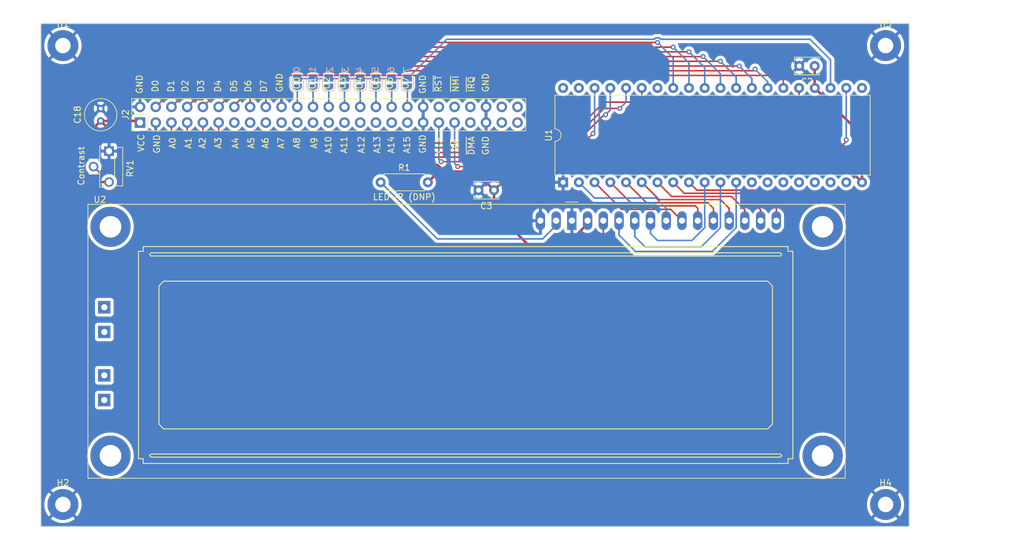
<source format=kicad_pcb>
(kicad_pcb (version 20221018) (generator pcbnew)
  (layers (0 "F.Cu" signal) (31 "B.Cu" signal) (34 "B.Paste" user) (35 "F.Paste" user) (36 "B.SilkS" user "B.Silkscreen") (37 "F.SilkS" user "F.Silkscreen") (38 "B.Mask" user) (39 "F.Mask" user) (44 "Edge.Cuts" user))
  (net 0 "")
  (net 1 "VCC")
  (net 2 "GND")
  (net 3 "/Expansion header/D0")
  (net 4 "/Expansion header/A0")
  (net 5 "/Expansion header/D1")
  (net 6 "/Expansion header/A1")
  (net 7 "/Expansion header/D2")
  (net 8 "/Expansion header/A2")
  (net 9 "/Expansion header/D3")
  (net 10 "/Expansion header/A3")
  (net 11 "/Expansion header/D4")
  (net 12 "/Expansion header/A4")
  (net 13 "/Expansion header/D5")
  (net 14 "/Expansion header/A5")
  (net 15 "/Expansion header/D6")
  (net 16 "/Expansion header/A6")
  (net 17 "/Expansion header/D7")
  (net 18 "/Expansion header/A7")
  (net 19 "/Expansion header/A8")
  (net 20 "/Expansion header/A9")
  (net 21 "/Expansion header/A10")
  (net 22 "/Expansion header/A11")
  (net 23 "/Expansion header/A12")
  (net 24 "/Expansion header/A13")
  (net 25 "/Expansion header/A14")
  (net 26 "/Expansion header/A15")
  (net 27 "/Clock")
  (net 28 "/~{RST}")
  (net 29 "/R~{W}")
  (net 30 "/~{NMI}")
  (net 31 "/Expansion header/~{DMA}")
  (net 32 "/~{IRQ}")
  (net 33 "/~{CS}")
  (net 34 "Net-(U1-PA0)")
  (net 35 "Net-(U1-PA1)")
  (net 36 "Net-(U1-PA2)")
  (net 37 "Net-(U1-PA3)")
  (net 38 "Net-(U1-PA4)")
  (net 39 "Net-(U1-PA5)")
  (net 40 "Net-(U1-PA6)")
  (net 41 "Net-(U1-PA7)")
  (net 42 "Net-(U1-PB0)")
  (net 43 "Net-(U1-PB1)")
  (net 44 "Net-(U1-PB2)")
  (net 59 "Net-(U2-A{slash}VEE)")
  (net 60 "Net-(U2-VO)")
  (net 61 "Net-(J2-Pin_22)")
  (net 62 "Net-(J2-Pin_24)")
  (net 63 "Net-(J2-Pin_26)")
  (net 64 "Net-(J2-Pin_28)")
  (net 65 "Net-(J2-Pin_30)")
  (net 66 "Net-(J2-Pin_32)")
  (net 67 "Net-(J2-Pin_34)")
  (net 68 "Net-(J2-Pin_36)")
  (footprint "Capacitor_THT:C_Radial_D5.0mm_H7.0mm_P2.00mm" (layer "F.Cu") (at 107.442 62.214 90)
    (fp_text reference "C18" (at 1 -3.75 90) (layer "F.SilkS"))
    (fp_text value "100nf")
    (pad "1" thru_hole circle (at 0 0 90) (size 1.2 1.2) (drill 0.6) (layers "*.Cu" "*.Mask") (net 1 "VCC"))
    (pad "2" thru_hole circle (at 2 0 90) (size 1.2 1.2) (drill 0.6) (layers "*.Cu" "*.Mask") (net 2 "GND"))
  )
  (footprint "Potentiometer_THT:Potentiometer_Runtron_RM-063_Horizontal" (layer "F.Cu") (at 108.794 67.096 -90)
    (fp_text reference "RV1" (at 2.8 -3.4 90) (layer "F.SilkS"))
    (fp_text value "Contrast" (at 2.4 4.5 90) (layer "F.SilkS"))
    (pad "1" thru_hole rect (at 0 0 270) (size 1.55 1.55) (drill 1) (layers "*.Cu" "*.Mask") (net 2 "GND"))
    (pad "2" thru_hole circle (at 2.5 2.5 270) (size 1.55 1.55) (drill 1) (layers "*.Cu" "*.Mask") (net 60 "Net-(U2-VO)"))
    (pad "3" thru_hole circle (at 5 0 270) (size 1.55 1.55) (drill 1) (layers "*.Cu" "*.Mask") (net 1 "VCC"))
  )
  (footprint "Connector_PinHeader_2.54mm:PinHeader_2x25_P2.54mm_Vertical" (layer "F.Cu") (at 113.792 62.484 90)
    (fp_text reference "J2" (at 1.27 -2.33 90) (layer "F.SilkS"))
    (fp_text value "Conn_02x25_Odd_Even")
    (pad "1" thru_hole rect (at 0 0 90) (size 1.7 1.7) (drill 1) (layers "*.Cu" "*.Mask") (net 1 "VCC"))
    (pad "2" thru_hole oval (at 2.54 0 90) (size 1.7 1.7) (drill 1) (layers "*.Cu" "*.Mask") (net 2 "GND"))
    (pad "3" thru_hole oval (at 0 2.54 90) (size 1.7 1.7) (drill 1) (layers "*.Cu" "*.Mask") (net 2 "GND"))
    (pad "4" thru_hole oval (at 2.54 2.54 90) (size 1.7 1.7) (drill 1) (layers "*.Cu" "*.Mask") (net 3 "/Expansion header/D0"))
    (pad "5" thru_hole oval (at 0 5.08 90) (size 1.7 1.7) (drill 1) (layers "*.Cu" "*.Mask") (net 4 "/Expansion header/A0"))
    (pad "6" thru_hole oval (at 2.54 5.08 90) (size 1.7 1.7) (drill 1) (layers "*.Cu" "*.Mask") (net 5 "/Expansion header/D1"))
    (pad "7" thru_hole oval (at 0 7.62 90) (size 1.7 1.7) (drill 1) (layers "*.Cu" "*.Mask") (net 6 "/Expansion header/A1"))
    (pad "8" thru_hole oval (at 2.54 7.62 90) (size 1.7 1.7) (drill 1) (layers "*.Cu" "*.Mask") (net 7 "/Expansion header/D2"))
    (pad "9" thru_hole oval (at 0 10.16 90) (size 1.7 1.7) (drill 1) (layers "*.Cu" "*.Mask") (net 8 "/Expansion header/A2"))
    (pad "10" thru_hole oval (at 2.54 10.16 90) (size 1.7 1.7) (drill 1) (layers "*.Cu" "*.Mask") (net 9 "/Expansion header/D3"))
    (pad "11" thru_hole oval (at 0 12.7 90) (size 1.7 1.7) (drill 1) (layers "*.Cu" "*.Mask") (net 10 "/Expansion header/A3"))
    (pad "12" thru_hole oval (at 2.54 12.7 90) (size 1.7 1.7) (drill 1) (layers "*.Cu" "*.Mask") (net 11 "/Expansion header/D4"))
    (pad "13" thru_hole oval (at 0 15.24 90) (size 1.7 1.7) (drill 1) (layers "*.Cu" "*.Mask") (net 12 "/Expansion header/A4"))
    (pad "14" thru_hole oval (at 2.54 15.24 90) (size 1.7 1.7) (drill 1) (layers "*.Cu" "*.Mask") (net 13 "/Expansion header/D5"))
    (pad "15" thru_hole oval (at 0 17.78 90) (size 1.7 1.7) (drill 1) (layers "*.Cu" "*.Mask") (net 14 "/Expansion header/A5"))
    (pad "16" thru_hole oval (at 2.54 17.78 90) (size 1.7 1.7) (drill 1) (layers "*.Cu" "*.Mask") (net 15 "/Expansion header/D6"))
    (pad "17" thru_hole oval (at 0 20.32 90) (size 1.7 1.7) (drill 1) (layers "*.Cu" "*.Mask") (net 16 "/Expansion header/A6"))
    (pad "18" thru_hole oval (at 2.54 20.32 90) (size 1.7 1.7) (drill 1) (layers "*.Cu" "*.Mask") (net 17 "/Expansion header/D7"))
    (pad "19" thru_hole oval (at 0 22.86 90) (size 1.7 1.7) (drill 1) (layers "*.Cu" "*.Mask") (net 18 "/Expansion header/A7"))
    (pad "20" thru_hole oval (at 2.54 22.86 90) (size 1.7 1.7) (drill 1) (layers "*.Cu" "*.Mask") (net 2 "GND"))
    (pad "21" thru_hole oval (at 0 25.4 90) (size 1.7 1.7) (drill 1) (layers "*.Cu" "*.Mask") (net 19 "/Expansion header/A8"))
    (pad "22" thru_hole oval (at 2.54 25.4 90) (size 1.7 1.7) (drill 1) (layers "*.Cu" "*.Mask") (net 61 "Net-(J2-Pin_22)"))
    (pad "23" thru_hole oval (at 0 27.94 90) (size 1.7 1.7) (drill 1) (layers "*.Cu" "*.Mask") (net 20 "/Expansion header/A9"))
    (pad "24" thru_hole oval (at 2.54 27.94 90) (size 1.7 1.7) (drill 1) (layers "*.Cu" "*.Mask") (net 62 "Net-(J2-Pin_24)"))
    (pad "25" thru_hole oval (at 0 30.48 90) (size 1.7 1.7) (drill 1) (layers "*.Cu" "*.Mask") (net 21 "/Expansion header/A10"))
    (pad "26" thru_hole oval (at 2.54 30.48 90) (size 1.7 1.7) (drill 1) (layers "*.Cu" "*.Mask") (net 63 "Net-(J2-Pin_26)"))
    (pad "27" thru_hole oval (at 0 33.02 90) (size 1.7 1.7) (drill 1) (layers "*.Cu" "*.Mask") (net 22 "/Expansion header/A11"))
    (pad "28" thru_hole oval (at 2.54 33.02 90) (size 1.7 1.7) (drill 1) (layers "*.Cu" "*.Mask") (net 64 "Net-(J2-Pin_28)"))
    (pad "29" thru_hole oval (at 0 35.56 90) (size 1.7 1.7) (drill 1) (layers "*.Cu" "*.Mask") (net 23 "/Expansion header/A12"))
    (pad "30" thru_hole oval (at 2.54 35.56 90) (size 1.7 1.7) (drill 1) (layers "*.Cu" "*.Mask") (net 65 "Net-(J2-Pin_30)"))
    (pad "31" thru_hole oval (at 0 38.1 90) (size 1.7 1.7) (drill 1) (layers "*.Cu" "*.Mask") (net 24 "/Expansion header/A13"))
    (pad "32" thru_hole oval (at 2.54 38.1 90) (size 1.7 1.7) (drill 1) (layers "*.Cu" "*.Mask") (net 66 "Net-(J2-Pin_32)"))
    (pad "33" thru_hole oval (at 0 40.64 90) (size 1.7 1.7) (drill 1) (layers "*.Cu" "*.Mask") (net 25 "/Expansion header/A14"))
    (pad "34" thru_hole oval (at 2.54 40.64 90) (size 1.7 1.7) (drill 1) (layers "*.Cu" "*.Mask") (net 67 "Net-(J2-Pin_34)"))
    (pad "35" thru_hole oval (at 0 43.18 90) (size 1.7 1.7) (drill 1) (layers "*.Cu" "*.Mask") (net 26 "/Expansion header/A15"))
    (pad "36" thru_hole oval (at 2.54 43.18 90) (size 1.7 1.7) (drill 1) (layers "*.Cu" "*.Mask") (net 68 "Net-(J2-Pin_36)"))
    (pad "37" thru_hole oval (at 0 45.72 90) (size 1.7 1.7) (drill 1) (layers "*.Cu" "*.Mask") (net 2 "GND"))
    (pad "38" thru_hole oval (at 2.54 45.72 90) (size 1.7 1.7) (drill 1) (layers "*.Cu" "*.Mask") (net 2 "GND"))
    (pad "39" thru_hole oval (at 0 48.26 90) (size 1.7 1.7) (drill 1) (layers "*.Cu" "*.Mask") (net 27 "/Clock"))
    (pad "40" thru_hole oval (at 2.54 48.26 90) (size 1.7 1.7) (drill 1) (layers "*.Cu" "*.Mask") (net 28 "/~{RST}"))
    (pad "41" thru_hole oval (at 0 50.8 90) (size 1.7 1.7) (drill 1) (layers "*.Cu" "*.Mask") (net 29 "/R~{W}"))
    (pad "42" thru_hole oval (at 2.54 50.8 90) (size 1.7 1.7) (drill 1) (layers "*.Cu" "*.Mask") (net 30 "/~{NMI}"))
    (pad "43" thru_hole oval (at 0 53.34 90) (size 1.7 1.7) (drill 1) (layers "*.Cu" "*.Mask") (net 31 "/Expansion header/~{DMA}"))
    (pad "44" thru_hole oval (at 2.54 53.34 90) (size 1.7 1.7) (drill 1) (layers "*.Cu" "*.Mask") (net 32 "/~{IRQ}"))
    (pad "45" thru_hole oval (at 0 55.88 90) (size 1.7 1.7) (drill 1) (layers "*.Cu" "*.Mask") (net 2 "GND"))
    (pad "46" thru_hole oval (at 2.54 55.88 90) (size 1.7 1.7) (drill 1) (layers "*.Cu" "*.Mask") (net 2 "GND"))
    (pad "47" thru_hole oval (at 0 58.42 90) (size 1.7 1.7) (drill 1) (layers "*.Cu" "*.Mask"))
    (pad "48" thru_hole oval (at 2.54 58.42 90) (size 1.7 1.7) (drill 1) (layers "*.Cu" "*.Mask"))
    (pad "49" thru_hole oval (at 0 60.96 90) (size 1.7 1.7) (drill 1) (layers "*.Cu" "*.Mask"))
    (pad "50" thru_hole oval (at 2.54 60.96 90) (size 1.7 1.7) (drill 1) (layers "*.Cu" "*.Mask"))
  )
  (footprint "Capacitor_THT:C_Disc_D3.8mm_W2.6mm_P2.50mm" (layer "F.Cu") (at 222.738 53.34 180)
    (fp_text reference "C2" (at 1.25 -2.55 180) (layer "F.SilkS"))
    (fp_text value "100nf")
    (pad "1" thru_hole circle (at 0 0 180) (size 1.6 1.6) (drill 0.8) (layers "*.Cu" "*.Mask") (net 1 "VCC"))
    (pad "2" thru_hole circle (at 2.5 0 180) (size 1.6 1.6) (drill 0.8) (layers "*.Cu" "*.Mask") (net 2 "GND"))
  )
  (footprint "Display:LCD-016N002L" (layer "F.Cu") (at 183.528 78.332)
    (fp_text reference "U2" (at -76.21 -3.41 180) (layer "F.SilkS"))
    (fp_text value "LCD-016N002L")
    (pad "" thru_hole circle (at -74.5 1 180) (size 6.5 6.5) (drill 3.5) (layers "*.Cu" "*.Mask"))
    (pad "" thru_hole circle (at -74.5 38 180) (size 6.5 6.5) (drill 3.5) (layers "*.Cu" "*.Mask"))
    (pad "" thru_hole circle (at 40.5 1 180) (size 6.5 6.5) (drill 3.5) (layers "*.Cu" "*.Mask"))
    (pad "" thru_hole circle (at 40.5 38 180) (size 6.5 6.5) (drill 3.5) (layers "*.Cu" "*.Mask"))
    (pad "1" thru_hole rect (at 0 0 180) (size 1.5 3) (drill 1) (layers "*.Cu" "*.Mask") (net 2 "GND"))
    (pad "2" thru_hole oval (at 2.54 0 180) (size 1.5 3) (drill 1) (layers "*.Cu" "*.Mask") (net 1 "VCC"))
    (pad "3" thru_hole oval (at 5.08 0 180) (size 1.5 3) (drill 1) (layers "*.Cu" "*.Mask") (net 60 "Net-(U2-VO)"))
    (pad "4" thru_hole oval (at 7.62 0 180) (size 1.5 3) (drill 1) (layers "*.Cu" "*.Mask") (net 44 "Net-(U1-PB2)"))
    (pad "5" thru_hole oval (at 10.16 0 180) (size 1.5 3) (drill 1) (layers "*.Cu" "*.Mask") (net 43 "Net-(U1-PB1)"))
    (pad "6" thru_hole oval (at 12.7 0 180) (size 1.5 3) (drill 1) (layers "*.Cu" "*.Mask") (net 42 "Net-(U1-PB0)"))
    (pad "7" thru_hole oval (at 15.24 0 180) (size 1.5 3) (drill 1) (layers "*.Cu" "*.Mask") (net 34 "Net-(U1-PA0)"))
    (pad "8" thru_hole oval (at 17.78 0 180) (size 1.5 3) (drill 1) (layers "*.Cu" "*.Mask") (net 35 "Net-(U1-PA1)"))
    (pad "9" thru_hole oval (at 20.32 0 180) (size 1.5 3) (drill 1) (layers "*.Cu" "*.Mask") (net 36 "Net-(U1-PA2)"))
    (pad "10" thru_hole oval (at 22.86 0 180) (size 1.5 3) (drill 1) (layers "*.Cu" "*.Mask") (net 37 "Net-(U1-PA3)"))
    (pad "11" thru_hole oval (at 25.4 0 180) (size 1.5 3) (drill 1) (layers "*.Cu" "*.Mask") (net 38 "Net-(U1-PA4)"))
    (pad "12" thru_hole oval (at 27.94 0 180) (size 1.5 3) (drill 1) (layers "*.Cu" "*.Mask") (net 39 "Net-(U1-PA5)"))
    (pad "13" thru_hole oval (at 30.48 0 180) (size 1.5 3) (drill 1) (layers "*.Cu" "*.Mask") (net 40 "Net-(U1-PA6)"))
    (pad "14" thru_hole oval (at 33.02 0 180) (size 1.5 3) (drill 1) (layers "*.Cu" "*.Mask") (net 41 "Net-(U1-PA7)"))
    (pad "15" thru_hole oval (at -2.54 0 180) (size 1.5 3) (drill 1) (layers "*.Cu" "*.Mask") (net 59 "Net-(U2-A{slash}VEE)"))
    (pad "16" thru_hole oval (at -5.08 0 180) (size 1.5 3) (drill 1) (layers "*.Cu" "*.Mask") (net 2 "GND"))
    (pad "A1" thru_hole rect (at -75.5 14 180) (size 2 2) (drill 1) (layers "*.Cu" "*.Mask"))
    (pad "A2" thru_hole rect (at -75.5 25 180) (size 2 2) (drill 1) (layers "*.Cu" "*.Mask"))
    (pad "K1" thru_hole rect (at -75.5 18 180) (size 2 2) (drill 1) (layers "*.Cu" "*.Mask"))
    (pad "K2" thru_hole rect (at -75.5 29 180) (size 2 2) (drill 1) (layers "*.Cu" "*.Mask"))
  )
  (footprint "MountingHole:MountingHole_2.5mm_Pad" (layer "F.Cu") (at 101.346 124.206)
    (fp_text reference "H2" (at 0 -3.5) (layer "F.SilkS"))
    (fp_text value "MountingHole_Pad" hide)
    (pad "1" thru_hole circle (at 0 0) (size 5 5) (drill 2.5) (layers "*.Cu" "*.Mask") (net 2 "GND"))
  )
  (footprint "MountingHole:MountingHole_2.5mm_Pad" (layer "F.Cu") (at 101.346 50.038)
    (fp_text reference "H1" (at 0 -3.5) (layer "F.SilkS"))
    (fp_text value "MountingHole_Pad" hide)
    (pad "1" thru_hole circle (at 0 0) (size 5 5) (drill 2.5) (layers "*.Cu" "*.Mask") (net 2 "GND"))
  )
  (footprint "MountingHole:MountingHole_2.5mm_Pad" (layer "F.Cu") (at 234.188 50.038)
    (fp_text reference "H3" (at 0 -3.5) (layer "F.SilkS"))
    (fp_text value "MountingHole_Pad" hide)
    (pad "1" thru_hole circle (at 0 0) (size 5 5) (drill 2.5) (layers "*.Cu" "*.Mask") (net 2 "GND"))
  )
  (footprint "Package_DIP:DIP-40_W15.24mm" (layer "F.Cu") (at 182.118 72.136 90)
    (fp_text reference "U1" (at 7.62 -2.33 90) (layer "F.SilkS"))
    (fp_text value "W65C22SxP")
    (pad "1" thru_hole rect (at 0 0 90) (size 1.6 1.6) (drill 0.8) (layers "*.Cu" "*.Mask") (net 2 "GND"))
    (pad "2" thru_hole oval (at 0 2.54 90) (size 1.6 1.6) (drill 0.8) (layers "*.Cu" "*.Mask") (net 34 "Net-(U1-PA0)"))
    (pad "3" thru_hole oval (at 0 5.08 90) (size 1.6 1.6) (drill 0.8) (layers "*.Cu" "*.Mask") (net 35 "Net-(U1-PA1)"))
    (pad "4" thru_hole oval (at 0 7.62 90) (size 1.6 1.6) (drill 0.8) (layers "*.Cu" "*.Mask") (net 36 "Net-(U1-PA2)"))
    (pad "5" thru_hole oval (at 0 10.16 90) (size 1.6 1.6) (drill 0.8) (layers "*.Cu" "*.Mask") (net 37 "Net-(U1-PA3)"))
    (pad "6" thru_hole oval (at 0 12.7 90) (size 1.6 1.6) (drill 0.8) (layers "*.Cu" "*.Mask") (net 38 "Net-(U1-PA4)"))
    (pad "7" thru_hole oval (at 0 15.24 90) (size 1.6 1.6) (drill 0.8) (layers "*.Cu" "*.Mask") (net 39 "Net-(U1-PA5)"))
    (pad "8" thru_hole oval (at 0 17.78 90) (size 1.6 1.6) (drill 0.8) (layers "*.Cu" "*.Mask") (net 40 "Net-(U1-PA6)"))
    (pad "9" thru_hole oval (at 0 20.32 90) (size 1.6 1.6) (drill 0.8) (layers "*.Cu" "*.Mask") (net 41 "Net-(U1-PA7)"))
    (pad "10" thru_hole oval (at 0 22.86 90) (size 1.6 1.6) (drill 0.8) (layers "*.Cu" "*.Mask") (net 42 "Net-(U1-PB0)"))
    (pad "11" thru_hole oval (at 0 25.4 90) (size 1.6 1.6) (drill 0.8) (layers "*.Cu" "*.Mask") (net 43 "Net-(U1-PB1)"))
    (pad "12" thru_hole oval (at 0 27.94 90) (size 1.6 1.6) (drill 0.8) (layers "*.Cu" "*.Mask") (net 44 "Net-(U1-PB2)"))
    (pad "13" thru_hole oval (at 0 30.48 90) (size 1.6 1.6) (drill 0.8) (layers "*.Cu" "*.Mask"))
    (pad "14" thru_hole oval (at 0 33.02 90) (size 1.6 1.6) (drill 0.8) (layers "*.Cu" "*.Mask"))
    (pad "15" thru_hole oval (at 0 35.56 90) (size 1.6 1.6) (drill 0.8) (layers "*.Cu" "*.Mask"))
    (pad "16" thru_hole oval (at 0 38.1 90) (size 1.6 1.6) (drill 0.8) (layers "*.Cu" "*.Mask"))
    (pad "17" thru_hole oval (at 0 40.64 90) (size 1.6 1.6) (drill 0.8) (layers "*.Cu" "*.Mask"))
    (pad "18" thru_hole oval (at 0 43.18 90) (size 1.6 1.6) (drill 0.8) (layers "*.Cu" "*.Mask"))
    (pad "19" thru_hole oval (at 0 45.72 90) (size 1.6 1.6) (drill 0.8) (layers "*.Cu" "*.Mask"))
    (pad "20" thru_hole oval (at 0 48.26 90) (size 1.6 1.6) (drill 0.8) (layers "*.Cu" "*.Mask") (net 1 "VCC"))
    (pad "21" thru_hole oval (at 15.24 48.26 90) (size 1.6 1.6) (drill 0.8) (layers "*.Cu" "*.Mask"))
    (pad "22" thru_hole oval (at 15.24 45.72 90) (size 1.6 1.6) (drill 0.8) (layers "*.Cu" "*.Mask") (net 29 "/R~{W}"))
    (pad "23" thru_hole oval (at 15.24 43.18 90) (size 1.6 1.6) (drill 0.8) (layers "*.Cu" "*.Mask") (net 33 "/~{CS}"))
    (pad "24" thru_hole oval (at 15.24 40.64 90) (size 1.6 1.6) (drill 0.8) (layers "*.Cu" "*.Mask") (net 1 "VCC"))
    (pad "25" thru_hole oval (at 15.24 38.1 90) (size 1.6 1.6) (drill 0.8) (layers "*.Cu" "*.Mask") (net 27 "/Clock"))
    (pad "26" thru_hole oval (at 15.24 35.56 90) (size 1.6 1.6) (drill 0.8) (layers "*.Cu" "*.Mask") (net 17 "/Expansion header/D7"))
    (pad "27" thru_hole oval (at 15.24 33.02 90) (size 1.6 1.6) (drill 0.8) (layers "*.Cu" "*.Mask") (net 15 "/Expansion header/D6"))
    (pad "28" thru_hole oval (at 15.24 30.48 90) (size 1.6 1.6) (drill 0.8) (layers "*.Cu" "*.Mask") (net 13 "/Expansion header/D5"))
    (pad "29" thru_hole oval (at 15.24 27.94 90) (size 1.6 1.6) (drill 0.8) (layers "*.Cu" "*.Mask") (net 11 "/Expansion header/D4"))
    (pad "30" thru_hole oval (at 15.24 25.4 90) (size 1.6 1.6) (drill 0.8) (layers "*.Cu" "*.Mask") (net 9 "/Expansion header/D3"))
    (pad "31" thru_hole oval (at 15.24 22.86 90) (size 1.6 1.6) (drill 0.8) (layers "*.Cu" "*.Mask") (net 7 "/Expansion header/D2"))
    (pad "32" thru_hole oval (at 15.24 20.32 90) (size 1.6 1.6) (drill 0.8) (layers "*.Cu" "*.Mask") (net 5 "/Expansion header/D1"))
    (pad "33" thru_hole oval (at 15.24 17.78 90) (size 1.6 1.6) (drill 0.8) (layers "*.Cu" "*.Mask") (net 3 "/Expansion header/D0"))
    (pad "34" thru_hole oval (at 15.24 15.24 90) (size 1.6 1.6) (drill 0.8) (layers "*.Cu" "*.Mask") (net 28 "/~{RST}"))
    (pad "35" thru_hole oval (at 15.24 12.7 90) (size 1.6 1.6) (drill 0.8) (layers "*.Cu" "*.Mask") (net 10 "/Expansion header/A3"))
    (pad "36" thru_hole oval (at 15.24 10.16 90) (size 1.6 1.6) (drill 0.8) (layers "*.Cu" "*.Mask") (net 8 "/Expansion header/A2"))
    (pad "37" thru_hole oval (at 15.24 7.62 90) (size 1.6 1.6) (drill 0.8) (layers "*.Cu" "*.Mask") (net 6 "/Expansion header/A1"))
    (pad "38" thru_hole oval (at 15.24 5.08 90) (size 1.6 1.6) (drill 0.8) (layers "*.Cu" "*.Mask") (net 4 "/Expansion header/A0"))
    (pad "39" thru_hole oval (at 15.24 2.54 90) (size 1.6 1.6) (drill 0.8) (layers "*.Cu" "*.Mask"))
    (pad "40" thru_hole oval (at 15.24 0 90) (size 1.6 1.6) (drill 0.8) (layers "*.Cu" "*.Mask"))
  )
  (footprint "Capacitor_THT:C_Disc_D3.8mm_W2.6mm_P2.50mm" (layer "F.Cu") (at 170.962 73.406 180)
    (fp_text reference "C3" (at 1.25 -2.55 180) (layer "F.SilkS"))
    (fp_text value "100nf")
    (pad "1" thru_hole circle (at 0 0 180) (size 1.6 1.6) (drill 0.8) (layers "*.Cu" "*.Mask") (net 1 "VCC"))
    (pad "2" thru_hole circle (at 2.5 0 180) (size 1.6 1.6) (drill 0.8) (layers "*.Cu" "*.Mask") (net 2 "GND"))
  )
  (footprint "Resistor_THT:R_Axial_DIN0207_L6.3mm_D2.5mm_P7.62mm_Horizontal" (layer "F.Cu") (at 152.654 72.136)
    (fp_text reference "R1" (at 3.81 -2.37) (layer "F.SilkS"))
    (fp_text value "LED-R (DNP)" (at 3.81 2.37) (layer "F.SilkS"))
    (pad "1" thru_hole circle (at 0 0) (size 1.6 1.6) (drill 0.8) (layers "*.Cu" "*.Mask") (net 59 "Net-(U2-A{slash}VEE)"))
    (pad "2" thru_hole oval (at 7.62 0) (size 1.6 1.6) (drill 0.8) (layers "*.Cu" "*.Mask") (net 1 "VCC"))
  )
  (footprint "MountingHole:MountingHole_2.5mm_Pad" (layer "F.Cu") (at 234.188 124.206)
    (fp_text reference "H4" (at 0 -3.5) (layer "F.SilkS"))
    (fp_text value "MountingHole_Pad" hide)
    (pad "1" thru_hole circle (at 0 0) (size 5 5) (drill 2.5) (layers "*.Cu" "*.Mask") (net 2 "GND"))
  )
  (footprint "Jumper:SolderJumper-2_P1.3mm_Open_RoundedPad1.0x1.5mm" (layer "B.Cu") (at 151.892 56.022 90)
    (fp_text reference "JP6" hide)
    (fp_text value "SolderJumper_2_Open" hide)
    (pad "1" smd custom (at -0.65 0 90) (size 1 0.5) (layers "B.Cu" "B.Mask") (net 66 "Net-(J2-Pin_32)") (options (clearance outline) (anchor rect)) (primitives (gr_circle (center 0 -0.25) (end 0.5 -0.25) (width 0) (fill yes)) (gr_circle (center 0 0.25) (end 0.5 0.25) (width 0) (fill yes)) (gr_poly (pts (xy 0.5 -0.75) (xy 0 -0.75) (xy 0 0.75) (xy 0.5 0.75)) (width 0) (fill yes))))
    (pad "2" smd custom (at 0.65 0 90) (size 1 0.5) (layers "B.Cu" "B.Mask") (net 33 "/~{CS}") (options (clearance outline) (anchor rect)) (primitives (gr_circle (center 0 -0.25) (end 0.5 -0.25) (width 0) (fill yes)) (gr_circle (center 0 0.25) (end 0.5 0.25) (width 0) (fill yes)) (gr_poly (pts (xy 0 -0.75) (xy -0.5 -0.75) (xy -0.5 0.75) (xy 0 0.75)) (width 0) (fill yes))))
  )
  (footprint "Jumper:SolderJumper-2_P1.3mm_Open_RoundedPad1.0x1.5mm" (layer "B.Cu") (at 154.432 56.022 90)
    (fp_text reference "JP7" hide)
    (fp_text value "SolderJumper_2_Open" hide)
    (pad "1" smd custom (at -0.65 0 90) (size 1 0.5) (layers "B.Cu" "B.Mask") (net 67 "Net-(J2-Pin_34)") (options (clearance outline) (anchor rect)) (primitives (gr_circle (center 0 -0.25) (end 0.5 -0.25) (width 0) (fill yes)) (gr_circle (center 0 0.25) (end 0.5 0.25) (width 0) (fill yes)) (gr_poly (pts (xy 0.5 -0.75) (xy 0 -0.75) (xy 0 0.75) (xy 0.5 0.75)) (width 0) (fill yes))))
    (pad "2" smd custom (at 0.65 0 90) (size 1 0.5) (layers "B.Cu" "B.Mask") (net 33 "/~{CS}") (options (clearance outline) (anchor rect)) (primitives (gr_circle (center 0 -0.25) (end 0.5 -0.25) (width 0) (fill yes)) (gr_circle (center 0 0.25) (end 0.5 0.25) (width 0) (fill yes)) (gr_poly (pts (xy 0 -0.75) (xy -0.5 -0.75) (xy -0.5 0.75) (xy 0 0.75)) (width 0) (fill yes))))
  )
  (footprint "Jumper:SolderJumper-2_P1.3mm_Open_RoundedPad1.0x1.5mm" (layer "B.Cu") (at 146.812 56.022 90)
    (fp_text reference "JP4" hide)
    (fp_text value "SolderJumper_2_Open" hide)
    (pad "1" smd custom (at -0.65 0 90) (size 1 0.5) (layers "B.Cu" "B.Mask") (net 64 "Net-(J2-Pin_28)") (options (clearance outline) (anchor rect)) (primitives (gr_circle (center 0 -0.25) (end 0.5 -0.25) (width 0) (fill yes)) (gr_circle (center 0 0.25) (end 0.5 0.25) (width 0) (fill yes)) (gr_poly (pts (xy 0.5 -0.75) (xy 0 -0.75) (xy 0 0.75) (xy 0.5 0.75)) (width 0) (fill yes))))
    (pad "2" smd custom (at 0.65 0 90) (size 1 0.5) (layers "B.Cu" "B.Mask") (net 33 "/~{CS}") (options (clearance outline) (anchor rect)) (primitives (gr_circle (center 0 -0.25) (end 0.5 -0.25) (width 0) (fill yes)) (gr_circle (center 0 0.25) (end 0.5 0.25) (width 0) (fill yes)) (gr_poly (pts (xy 0 -0.75) (xy -0.5 -0.75) (xy -0.5 0.75) (xy 0 0.75)) (width 0) (fill yes))))
  )
  (footprint "Jumper:SolderJumper-2_P1.3mm_Open_RoundedPad1.0x1.5mm" (layer "B.Cu") (at 141.732 56.022 90)
    (fp_text reference "JP2" hide)
    (fp_text value "SolderJumper_2_Open" hide)
    (pad "1" smd custom (at -0.65 0 90) (size 1 0.5) (layers "B.Cu" "B.Mask") (net 62 "Net-(J2-Pin_24)") (options (clearance outline) (anchor rect)) (primitives (gr_circle (center 0 -0.25) (end 0.5 -0.25) (width 0) (fill yes)) (gr_circle (center 0 0.25) (end 0.5 0.25) (width 0) (fill yes)) (gr_poly (pts (xy 0.5 -0.75) (xy 0 -0.75) (xy 0 0.75) (xy 0.5 0.75)) (width 0) (fill yes))))
    (pad "2" smd custom (at 0.65 0 90) (size 1 0.5) (layers "B.Cu" "B.Mask") (net 33 "/~{CS}") (options (clearance outline) (anchor rect)) (primitives (gr_circle (center 0 -0.25) (end 0.5 -0.25) (width 0) (fill yes)) (gr_circle (center 0 0.25) (end 0.5 0.25) (width 0) (fill yes)) (gr_poly (pts (xy 0 -0.75) (xy -0.5 -0.75) (xy -0.5 0.75) (xy 0 0.75)) (width 0) (fill yes))))
  )
  (footprint "Jumper:SolderJumper-2_P1.3mm_Open_RoundedPad1.0x1.5mm" (layer "B.Cu") (at 144.272 56.022 90)
    (fp_text reference "JP3" hide)
    (fp_text value "SolderJumper_2_Open" hide)
    (pad "1" smd custom (at -0.65 0 90) (size 1 0.5) (layers "B.Cu" "B.Mask") (net 63 "Net-(J2-Pin_26)") (options (clearance outline) (anchor rect)) (primitives (gr_circle (center 0 -0.25) (end 0.5 -0.25) (width 0) (fill yes)) (gr_circle (center 0 0.25) (end 0.5 0.25) (width 0) (fill yes)) (gr_poly (pts (xy 0.5 -0.75) (xy 0 -0.75) (xy 0 0.75) (xy 0.5 0.75)) (width 0) (fill yes))))
    (pad "2" smd custom (at 0.65 0 90) (size 1 0.5) (layers "B.Cu" "B.Mask") (net 33 "/~{CS}") (options (clearance outline) (anchor rect)) (primitives (gr_circle (center 0 -0.25) (end 0.5 -0.25) (width 0) (fill yes)) (gr_circle (center 0 0.25) (end 0.5 0.25) (width 0) (fill yes)) (gr_poly (pts (xy 0 -0.75) (xy -0.5 -0.75) (xy -0.5 0.75) (xy 0 0.75)) (width 0) (fill yes))))
  )
  (footprint "Jumper:SolderJumper-2_P1.3mm_Open_RoundedPad1.0x1.5mm" (layer "B.Cu") (at 149.352 56.022 90)
    (fp_text reference "JP5" hide)
    (fp_text value "SolderJumper_2_Open" hide)
    (pad "1" smd custom (at -0.65 0 90) (size 1 0.5) (layers "B.Cu" "B.Mask") (net 65 "Net-(J2-Pin_30)") (options (clearance outline) (anchor rect)) (primitives (gr_circle (center 0 -0.25) (end 0.5 -0.25) (width 0) (fill yes)) (gr_circle (center 0 0.25) (end 0.5 0.25) (width 0) (fill yes)) (gr_poly (pts (xy 0.5 -0.75) (xy 0 -0.75) (xy 0 0.75) (xy 0.5 0.75)) (width 0) (fill yes))))
    (pad "2" smd custom (at 0.65 0 90) (size 1 0.5) (layers "B.Cu" "B.Mask") (net 33 "/~{CS}") (options (clearance outline) (anchor rect)) (primitives (gr_circle (center 0 -0.25) (end 0.5 -0.25) (width 0) (fill yes)) (gr_circle (center 0 0.25) (end 0.5 0.25) (width 0) (fill yes)) (gr_poly (pts (xy 0 -0.75) (xy -0.5 -0.75) (xy -0.5 0.75) (xy 0 0.75)) (width 0) (fill yes))))
  )
  (footprint "Jumper:SolderJumper-2_P1.3mm_Open_RoundedPad1.0x1.5mm" (layer "B.Cu") (at 139.192 56.022 90)
    (fp_text reference "JP1" hide)
    (fp_text value "SolderJumper_2_Open" hide)
    (pad "1" smd custom (at -0.65 0 90) (size 1 0.5) (layers "B.Cu" "B.Mask") (net 61 "Net-(J2-Pin_22)") (options (clearance outline) (anchor rect)) (primitives (gr_circle (center 0 -0.25) (end 0.5 -0.25) (width 0) (fill yes)) (gr_circle (center 0 0.25) (end 0.5 0.25) (width 0) (fill yes)) (gr_poly (pts (xy 0.5 -0.75) (xy 0 -0.75) (xy 0 0.75) (xy 0.5 0.75)) (width 0) (fill yes))))
    (pad "2" smd custom (at 0.65 0 90) (size 1 0.5) (layers "B.Cu" "B.Mask") (net 33 "/~{CS}") (options (clearance outline) (anchor rect)) (primitives (gr_circle (center 0 -0.25) (end 0.5 -0.25) (width 0) (fill yes)) (gr_circle (center 0 0.25) (end 0.5 0.25) (width 0) (fill yes)) (gr_poly (pts (xy 0 -0.75) (xy -0.5 -0.75) (xy -0.5 0.75) (xy 0 0.75)) (width 0) (fill yes))))
  )
  (footprint "Jumper:SolderJumper-2_P1.3mm_Open_RoundedPad1.0x1.5mm" (layer "B.Cu") (at 156.972 55.992 90)
    (fp_text reference "JP8" hide)
    (fp_text value "SolderJumper_2_Open" hide)
    (pad "1" smd custom (at -0.65 0 90) (size 1 0.5) (layers "B.Cu" "B.Mask") (net 68 "Net-(J2-Pin_36)") (options (clearance outline) (anchor rect)) (primitives (gr_circle (center 0 -0.25) (end 0.5 -0.25) (width 0) (fill yes)) (gr_circle (center 0 0.25) (end 0.5 0.25) (width 0) (fill yes)) (gr_poly (pts (xy 0.5 -0.75) (xy 0 -0.75) (xy 0 0.75) (xy 0.5 0.75)) (width 0) (fill yes))))
    (pad "2" smd custom (at 0.65 0 90) (size 1 0.5) (layers "B.Cu" "B.Mask") (net 33 "/~{CS}") (options (clearance outline) (anchor rect)) (primitives (gr_circle (center 0 -0.25) (end 0.5 -0.25) (width 0) (fill yes)) (gr_circle (center 0 0.25) (end 0.5 0.25) (width 0) (fill yes)) (gr_poly (pts (xy 0 -0.75) (xy -0.5 -0.75) (xy -0.5 0.75) (xy 0 0.75)) (width 0) (fill yes))))
  )
  (gr_rect (start 97.79 46.482) (end 237.998 127.762) (stroke (width 0.1)) (fill none) (layer "Edge.Cuts"))
  (gr_text "5" (at 152.4 53.34 90) (layer "B.SilkS") (effects (font (size 1 1)) (justify left bottom mirror)))
  (gr_text "0" (at 139.7 53.34 90) (layer "B.SilkS") (effects (font (size 1 1)) (justify left bottom mirror)))
  (gr_text "6" (at 154.94 53.34 90) (layer "B.SilkS") (effects (font (size 1 1)) (justify left bottom mirror)))
  (gr_text "3" (at 147.574 53.34 90) (layer "B.SilkS") (effects (font (size 1 1)) (justify left bottom mirror)))
  (gr_text "1" (at 142.24 53.34 90) (layer "B.SilkS") (effects (font (size 1 1)) (justify left bottom mirror)))
  (gr_text "7" (at 157.48 53.34 90) (layer "B.SilkS") (effects (font (size 1 1)) (justify left bottom mirror)))
  (gr_text "4" (at 149.86 53.34 90) (layer "B.SilkS") (effects (font (size 1 1)) (justify left bottom mirror)))
  (gr_text "2" (at 145.034 53.34 90) (layer "B.SilkS") (effects (font (size 1 1)) (justify left bottom mirror)))
  (gr_text "IO3" (at 147.066 57.658 90) (layer "F.SilkS") (effects (font (size 1 1)) (justify left bottom)))
  (gr_text "~{IRQ}" (at 167.894 57.658 90) (layer "F.SilkS") (effects (font (size 1 1)) (justify left bottom)))
  (gr_text "GND" (at 170.18 57.658 90) (layer "F.SilkS") (effects (font (size 1 1)) (justify left bottom)))
  (gr_text "IO0" (at 139.7 57.658 90) (layer "F.SilkS") (effects (font (size 1 1)) (justify left bottom)))
  (gr_text "A10" (at 144.78 67.564 90) (layer "F.SilkS") (effects (font (size 1 1)) (justify left bottom)))
  (gr_text "IO6" (at 154.686 57.658 90) (layer "F.SilkS") (effects (font (size 1 1)) (justify left bottom)))
  (gr_text "R~{W}" (at 165.354 67.31 90) (layer "F.SilkS") (effects (font (size 1 1)) (justify left bottom)))
  (gr_text "D2" (at 121.666 57.658 90) (layer "F.SilkS") (effects (font (size 1 1)) (justify left bottom)))
  (gr_text "GND" (at 160.02 67.564 90) (layer "F.SilkS") (effects (font (size 1 1)) (justify left bottom)))
  (gr_text "A5" (at 132.334 66.802 90) (layer "F.SilkS") (effects (font (size 1 1)) (justify left bottom)))
  (gr_text "A3" (at 127 66.802 90) (layer "F.SilkS") (effects (font (size 1 1)) (justify left bottom)))
  (gr_text "A7" (at 137.16 66.802 90) (layer "F.SilkS") (effects (font (size 1 1)) (justify left bottom)))
  (gr_text "A8" (at 139.7 66.802 90) (layer "F.SilkS") (effects (font (size 1 1)) (justify left bottom)))
  (gr_text "A1" (at 122.174 66.802 90) (layer "F.SilkS") (effects (font (size 1 1)) (justify left bottom)))
  (gr_text "A2" (at 124.46 66.802 90) (layer "F.SilkS") (effects (font (size 1 1)) (justify left bottom)))
  (gr_text "A13" (at 152.654 67.564 90) (layer "F.SilkS") (effects (font (size 1 1)) (justify left bottom)))
  (gr_text "IO5" (at 152.4 57.658 90) (layer "F.SilkS") (effects (font (size 1 1)) (justify left bottom)))
  (gr_text "D4" (at 126.9492 57.658 90) (layer "F.SilkS") (effects (font (size 1 1)) (justify left bottom)))
  (gr_text "A15" (at 157.48 67.564 90) (layer "F.SilkS") (effects (font (size 1 1)) (justify left bottom)))
  (gr_text "D5" (at 129.54 57.658 90) (layer "F.SilkS") (effects (font (size 1 1)) (justify left bottom)))
  (gr_text "A4" (at 129.794 66.802 90) (layer "F.SilkS") (effects (font (size 1 1)) (justify left bottom)))
  (gr_text "GND" (at 160.02 57.912 90) (layer "F.SilkS") (effects (font (size 1 1)) (justify left bottom)))
  (gr_text "GND" (at 136.906 57.658 90) (layer "F.SilkS") (effects (font (size 1 1)) (justify left bottom)))
  (gr_text "IO1" (at 142.24 57.658 90) (layer "F.SilkS") (effects (font (size 1 1)) (justify left bottom)))
  (gr_text "A11" (at 147.32 67.564 90) (layer "F.SilkS") (effects (font (size 1 1)) (justify left bottom)))
  (gr_text "A0" (at 119.634 66.802 90) (layer "F.SilkS") (effects (font (size 1 1)) (justify left bottom)))
  (gr_text "VCC" (at 114.554 67.31 90) (layer "F.SilkS") (effects (font (size 1 1)) (justify left bottom)))
  (gr_text "GND" (at 114.3 57.912 90) (layer "F.SilkS") (effects (font (size 1 1)) (justify left bottom)))
  (gr_text "CLK" (at 162.56 67.564 90) (layer "F.SilkS") (effects (font (size 1 1)) (justify left bottom)))
  (gr_text "D6" (at 131.826 57.658 90) (layer "F.SilkS") (effects (font (size 1 1)) (justify left bottom)))
  (gr_text "D0" (at 116.84 57.658 90) (layer "F.SilkS") (effects (font (size 1 1)) (justify left bottom)))
  (gr_text "D7" (at 134.366 57.658 90) (layer "F.SilkS") (effects (font (size 1 1)) (justify left bottom)))
  (gr_text "~{NMI}" (at 165.354 57.658 90) (layer "F.SilkS") (effects (font (size 1 1)) (justify left bottom)))
  (gr_text "A12" (at 150.114 67.564 90) (layer "F.SilkS") (effects (font (size 1 1)) (justify left bottom)))
  (gr_text "D1" (at 119.38 57.658 90) (layer "F.SilkS") (effects (font (size 1 1)) (justify left bottom)))
  (gr_text "A14" (at 154.94 67.564 90) (layer "F.SilkS") (effects (font (size 1 1)) (justify left bottom)))
  (gr_text "GND" (at 170.18 67.818 90) (layer "F.SilkS") (effects (font (size 1 1)) (justify left bottom)))
  (gr_text "IO2" (at 144.526 57.658 90) (layer "F.SilkS") (effects (font (size 1 1)) (justify left bottom)))
  (gr_text "IO4" (at 149.8092 57.658 90) (layer "F.SilkS") (effects (font (size 1 1)) (justify left bottom)))
  (gr_text "IO7" (at 157.226 57.658 90) (layer "F.SilkS") (effects (font (size 1 1)) (justify left bottom)))
  (gr_text "~{DMA}" (at 167.894 67.818 90) (layer "F.SilkS") (effects (font (size 1 1)) (justify left bottom)))
  (gr_text "GND" (at 117.094 67.564 90) (layer "F.SilkS") (effects (font (size 1 1)) (justify left bottom)))
  (gr_text "D3" (at 124.206 57.658 90) (layer "F.SilkS") (effects (font (size 1 1)) (justify left bottom)))
  (gr_text "A6" (at 134.62 66.802 90) (layer "F.SilkS") (effects (font (size 1 1)) (justify left bottom)))
  (gr_text "A9" (at 142.494 66.802 90) (layer "F.SilkS") (effects (font (size 1 1)) (justify left bottom)))
  (gr_text "~{RST}" (at 162.56 57.658 90) (layer "F.SilkS") (effects (font (size 1 1)) (justify left bottom)))
  (segment (start 173.432 70.936) (end 173.432 70.916) (width 0.4) (layer "F.Cu") (net 1))
  (segment (start 182.614 82.296) (end 186.068 78.842) (width 0.4) (layer "F.Cu") (net 1))
  (segment (start 228.6 70.358) (end 230.378 72.136) (width 0.4) (layer "F.Cu") (net 1))
  (segment (start 103.378 66.278) (end 107.442 62.214) (width 0.4) (layer "F.Cu") (net 1))
  (segment (start 162.014 70.396) (end 162.901129 70.396) (width 0.4) (layer "F.Cu") (net 1))
  (segment (start 108.794 72.096) (end 103.846 72.096) (width 0.4) (layer "F.Cu") (net 1))
  (segment (start 107.442 62.214) (end 113.522 62.214) (width 0.4) (layer "F.Cu") (net 1))
  (segment (start 113.522 62.214) (end 113.792 62.484) (width 0.4) (layer "F.Cu") (net 1))
  (segment (start 167.952 70.396) (end 162.901129 70.396) (width 0.4) (layer "F.Cu") (net 1))
  (segment (start 230.378 64.516) (end 222.758 56.896) (width 0.4) (layer "F.Cu") (net 1))
  (segment (start 170.962 76.728) (end 176.53 82.296) (width 0.4) (layer "F.Cu") (net 1))
  (segment (start 161.847129 69.342) (end 114.57 69.342) (width 0.4) (layer "F.Cu") (net 1))
  (segment (start 160.274 72.136) (end 162.014 70.396) (width 0.4) (layer "F.Cu") (net 1))
  (segment (start 186.068 78.842) (end 186.068 78.332) (width 0.4) (layer "F.Cu") (net 1))
  (segment (start 170.962 73.406) (end 170.962 76.728) (width 0.4) (layer "F.Cu") (net 1))
  (segment (start 176.53 82.296) (end 182.614 82.296) (width 0.4) (layer "F.Cu") (net 1))
  (segment (start 103.378 71.628) (end 103.378 66.278) (width 0.4) (layer "F.Cu") (net 1))
  (segment (start 230.378 72.136) (end 230.378 64.516) (width 0.4) (layer "F.Cu") (net 1))
  (segment (start 170.962 73.406) (end 173.432 70.936) (width 0.4) (layer "F.Cu") (net 1))
  (segment (start 222.738 56.876) (end 222.758 56.896) (width 0.4) (layer "F.Cu") (net 1))
  (segment (start 162.901129 70.396) (end 161.847129 69.342) (width 0.4) (layer "F.Cu") (net 1))
  (segment (start 173.432 70.916) (end 173.99 70.358) (width 0.4) (layer "F.Cu") (net 1))
  (segment (start 173.99 70.358) (end 228.6 70.358) (width 0.4) (layer "F.Cu") (net 1))
  (segment (start 103.846 72.096) (end 103.378 71.628) (width 0.4) (layer "F.Cu") (net 1))
  (segment (start 170.962 73.406) (end 167.952 70.396) (width 0.4) (layer "F.Cu") (net 1))
  (segment (start 114.57 69.342) (end 107.442 62.214) (width 0.4) (layer "F.Cu") (net 1))
  (segment (start 222.738 53.34) (end 222.738 56.876) (width 0.4) (layer "F.Cu") (net 1))
  (segment (start 113.522 62.214) (end 113.792 62.484) (width 0.25) (layer "B.Cu") (net 1))
  (segment (start 107.712 59.944) (end 107.442 60.214) (width 0.25) (layer "B.Cu") (net 2))
  (segment (start 118.872 58.42) (end 117.856 58.42) (width 0.25) (layer "F.Cu") (net 3))
  (segment (start 197.358 49.53) (end 133.604 49.53) (width 0.25) (layer "F.Cu") (net 3))
  (segment (start 119.634 57.658) (end 118.872 58.42) (width 0.25) (layer "F.Cu") (net 3))
  (segment (start 130.048 53.086) (end 126.746 53.086) (width 0.25) (layer "F.Cu") (net 3))
  (segment (start 117.856 58.42) (end 116.332 59.944) (width 0.25) (layer "F.Cu") (net 3))
  (segment (start 126.746 53.086) (end 122.174 57.658) (width 0.25) (layer "F.Cu") (net 3))
  (segment (start 122.174 57.658) (end 119.634 57.658) (width 0.25) (layer "F.Cu") (net 3))
  (segment (start 133.604 49.53) (end 130.048 53.086) (width 0.25) (layer "F.Cu") (net 3))
  (via (at 197.358 49.53) (size 0.8) (drill 0.4) (layers "F.Cu" "B.Cu") (net 3))
  (segment (start 197.358 49.53) (end 199.898 52.07) (width 0.25) (layer "B.Cu") (net 3))
  (segment (start 199.898 52.07) (end 199.898 56.896) (width 0.25) (layer "B.Cu") (net 3))
  (segment (start 118.872 66.548) (end 118.872 62.484) (width 0.25) (layer "F.Cu") (net 4))
  (segment (start 183.134 68.072) (end 120.396 68.072) (width 0.25) (layer "F.Cu") (net 4))
  (segment (start 186.944 64.262) (end 183.134 68.072) (width 0.25) (layer "F.Cu") (net 4))
  (segment (start 120.396 68.072) (end 118.872 66.548) (width 0.25) (layer "F.Cu") (net 4))
  (via (at 186.944 64.262) (size 0.8) (drill 0.4) (layers "F.Cu" "B.Cu") (net 4))
  (segment (start 186.944 64.262) (end 187.198 64.008) (width 0.25) (layer "B.Cu") (net 4))
  (segment (start 187.198 64.008) (end 187.198 56.896) (width 0.25) (layer "B.Cu") (net 4))
  (segment (start 130.302 54.102) (end 134.112 50.292) (width 0.25) (layer "F.Cu") (net 5))
  (segment (start 134.112 50.292) (end 199.644 50.292) (width 0.25) (layer "F.Cu") (net 5))
  (segment (start 127.127 54.102) (end 130.302 54.102) (width 0.25) (layer "F.Cu") (net 5))
  (segment (start 199.644 50.292) (end 199.898 50.292) (width 0.25) (layer "F.Cu") (net 5))
  (segment (start 118.872 59.944) (end 120.497 58.319) (width 0.25) (layer "F.Cu") (net 5))
  (segment (start 122.91 58.319) (end 127.127 54.102) (width 0.25) (layer "F.Cu") (net 5))
  (segment (start 120.497 58.319) (end 122.91 58.319) (width 0.25) (layer "F.Cu") (net 5))
  (via (at 199.898 50.292) (size 0.8) (drill 0.4) (layers "F.Cu" "B.Cu") (net 5))
  (segment (start 202.438 52.832) (end 202.438 56.896) (width 0.25) (layer "B.Cu") (net 5))
  (segment (start 199.898 50.292) (end 202.438 52.832) (width 0.25) (layer "B.Cu") (net 5))
  (segment (start 121.412 62.484) (end 121.412 66.294) (width 0.25) (layer "F.Cu") (net 6))
  (segment (start 182.626 67.31) (end 188.722 61.214) (width 0.25) (layer "F.Cu") (net 6))
  (segment (start 188.722 61.214) (end 188.976 61.214) (width 0.25) (layer "F.Cu") (net 6))
  (segment (start 122.428 67.31) (end 182.626 67.31) (width 0.25) (layer "F.Cu") (net 6))
  (segment (start 121.412 66.294) (end 122.428 67.31) (width 0.25) (layer "F.Cu") (net 6))
  (via (at 188.976 61.214) (size 0.8) (drill 0.4) (layers "F.Cu" "B.Cu") (net 6))
  (segment (start 188.976 61.214) (end 189.738 60.452) (width 0.25) (layer "B.Cu") (net 6))
  (segment (start 189.738 60.452) (end 189.738 56.896) (width 0.25) (layer "B.Cu") (net 6))
  (segment (start 123.857 58.769) (end 127.762 54.864) (width 0.25) (layer "F.Cu") (net 7))
  (segment (start 202.184 51.054) (end 202.438 51.054) (width 0.25) (layer "F.Cu") (net 7))
  (segment (start 127.762 54.864) (end 130.556 54.864) (width 0.25) (layer "F.Cu") (net 7))
  (segment (start 121.412 59.944) (end 122.587 58.769) (width 0.25) (layer "F.Cu") (net 7))
  (segment (start 130.556 54.864) (end 134.366 51.054) (width 0.25) (layer "F.Cu") (net 7))
  (segment (start 122.587 58.769) (end 123.857 58.769) (width 0.25) (layer "F.Cu") (net 7))
  (segment (start 134.366 51.054) (end 202.184 51.054) (width 0.25) (layer "F.Cu") (net 7))
  (via (at 202.438 51.054) (size 0.8) (drill 0.4) (layers "F.Cu" "B.Cu") (net 7))
  (segment (start 204.978 53.594) (end 204.978 56.896) (width 0.25) (layer "B.Cu") (net 7))
  (segment (start 202.438 51.054) (end 204.978 53.594) (width 0.25) (layer "B.Cu") (net 7))
  (segment (start 123.952 62.484) (end 123.952 65.786) (width 0.25) (layer "F.Cu") (net 8))
  (segment (start 124.714 66.548) (end 182.372 66.548) (width 0.25) (layer "F.Cu") (net 8))
  (segment (start 188.722 60.198) (end 191.262 60.198) (width 0.25) (layer "F.Cu") (net 8))
  (segment (start 123.952 65.786) (end 124.714 66.548) (width 0.25) (layer "F.Cu") (net 8))
  (segment (start 182.372 66.548) (end 188.722 60.198) (width 0.25) (layer "F.Cu") (net 8))
  (via (at 191.262 60.198) (size 0.8) (drill 0.4) (layers "F.Cu" "B.Cu") (net 8))
  (segment (start 191.262 60.198) (end 192.278 59.182) (width 0.25) (layer "B.Cu") (net 8))
  (segment (start 192.278 59.182) (end 192.278 56.896) (width 0.25) (layer "B.Cu") (net 8))
  (segment (start 134.62 51.816) (end 204.47 51.816) (width 0.25) (layer "F.Cu") (net 9))
  (segment (start 204.47 51.816) (end 204.724 51.816) (width 0.25) (layer "F.Cu") (net 9))
  (segment (start 130.516 55.92) (end 134.62 51.816) (width 0.25) (layer "F.Cu") (net 9))
  (segment (start 123.952 59.944) (end 127.976 55.92) (width 0.25) (layer "F.Cu") (net 9))
  (segment (start 127.976 55.92) (end 130.516 55.92) (width 0.25) (layer "F.Cu") (net 9))
  (via (at 204.724 51.816) (size 0.8) (drill 0.4) (layers "F.Cu" "B.Cu") (net 9))
  (segment (start 204.724 51.816) (end 207.518 54.61) (width 0.25) (layer "B.Cu") (net 9))
  (segment (start 207.518 54.61) (end 207.518 56.896) (width 0.25) (layer "B.Cu") (net 9))
  (segment (start 127 65.786) (end 182.118 65.786) (width 0.25) (layer "F.Cu") (net 10))
  (segment (start 126.492 65.278) (end 127 65.786) (width 0.25) (layer "F.Cu") (net 10))
  (segment (start 194.818 58.42) (end 194.818 56.896) (width 0.25) (layer "F.Cu") (net 10))
  (segment (start 188.722 59.182) (end 194.056 59.182) (width 0.25) (layer "F.Cu") (net 10))
  (segment (start 126.492 62.484) (end 126.492 65.278) (width 0.25) (layer "F.Cu") (net 10))
  (segment (start 194.056 59.182) (end 194.818 58.42) (width 0.25) (layer "F.Cu") (net 10))
  (segment (start 182.118 65.786) (end 188.722 59.182) (width 0.25) (layer "F.Cu") (net 10))
  (segment (start 129.54 57.912) (end 134.874 52.578) (width 0.25) (layer "F.Cu") (net 11))
  (segment (start 128.524 57.912) (end 129.54 57.912) (width 0.25) (layer "F.Cu") (net 11))
  (segment (start 134.874 52.578) (end 207.518 52.578) (width 0.25) (layer "F.Cu") (net 11))
  (segment (start 126.492 59.944) (end 128.524 57.912) (width 0.25) (layer "F.Cu") (net 11))
  (via (at 207.518 52.578) (size 0.8) (drill 0.4) (layers "F.Cu" "B.Cu") (net 11))
  (segment (start 207.518 52.578) (end 210.058 55.118) (width 0.25) (layer "B.Cu") (net 11))
  (segment (start 210.058 55.118) (end 210.058 56.896) (width 0.25) (layer "B.Cu") (net 11))
  (segment (start 135.382 53.34) (end 210.312 53.34) (width 0.25) (layer "F.Cu") (net 13))
  (segment (start 129.032 59.944) (end 129.032 59.69) (width 0.25) (layer "F.Cu") (net 13))
  (segment (start 210.312 53.34) (end 210.566 53.34) (width 0.25) (layer "F.Cu") (net 13))
  (segment (start 129.032 59.69) (end 135.382 53.34) (width 0.25) (layer "F.Cu") (net 13))
  (via (at 210.566 53.34) (size 0.8) (drill 0.4) (layers "F.Cu" "B.Cu") (net 13))
  (segment (start 210.566 53.34) (end 212.598 55.372) (width 0.25) (layer "B.Cu") (net 13))
  (segment (start 212.598 55.372) (end 212.598 56.896) (width 0.25) (layer "B.Cu") (net 13))
  (segment (start 131.572 58.42) (end 131.572 59.944) (width 0.25) (layer "F.Cu") (net 15))
  (segment (start 212.852 54.102) (end 135.89 54.102) (width 0.25) (layer "F.Cu") (net 15))
  (segment (start 135.89 54.102) (end 131.572 58.42) (width 0.25) (layer "F.Cu") (net 15))
  (segment (start 213.106 53.848) (end 212.852 54.102) (width 0.25) (layer "F.Cu") (net 15))
  (via (at 213.106 53.848) (size 0.8) (drill 0.4) (layers "F.Cu" "B.Cu") (net 15))
  (segment (start 215.138 55.88) (end 215.138 56.896) (width 0.25) (layer "B.Cu") (net 15))
  (segment (start 213.106 53.848) (end 215.138 55.88) (width 0.25) (layer "B.Cu") (net 15))
  (segment (start 136.144 54.864) (end 216.916 54.864) (width 0.25) (layer "F.Cu") (net 17))
  (segment (start 134.112 56.896) (end 136.144 54.864) (width 0.25) (layer "F.Cu") (net 17))
  (segment (start 217.678 55.626) (end 217.678 56.896) (width 0.25) (layer "F.Cu") (net 17))
  (segment (start 216.916 54.864) (end 217.678 55.626) (width 0.25) (layer "F.Cu") (net 17))
  (segment (start 134.112 59.944) (end 134.112 56.896) (width 0.25) (layer "F.Cu") (net 17))
  (segment (start 162.433 68.7965) (end 217.7155 68.7965) (width 0.25) (layer "F.Cu") (net 27))
  (segment (start 217.7155 68.7965) (end 220.218 66.294) (width 0.25) (layer "F.Cu") (net 27))
  (segment (start 220.218 66.294) (end 220.218 56.896) (width 0.25) (layer "F.Cu") (net 27))
  (via (at 162.433 68.7965) (size 0.8) (drill 0.4) (layers "F.Cu" "B.Cu") (net 27))
  (segment (start 162.433 68.7965) (end 162.052 68.4155) (width 0.25) (layer "B.Cu") (net 27))
  (segment (start 162.052 68.4155) (end 162.052 62.484) (width 0.25) (layer "B.Cu") (net 27))
  (segment (start 227.838 65.278) (end 227.838 65.532) (width 0.25) (layer "F.Cu") (net 29))
  (segment (start 223.774 69.596) (end 165.1 69.596) (width 0.25) (layer "F.Cu") (net 29))
  (segment (start 227.838 65.532) (end 223.774 69.596) (width 0.25) (layer "F.Cu") (net 29))
  (via (at 165.1 69.596) (size 0.8) (drill 0.4) (layers "F.Cu" "B.Cu") (net 29))
  (via (at 227.838 65.278) (size 0.8) (drill 0.4) (layers "F.Cu" "B.Cu") (net 29))
  (segment (start 165.1 69.596) (end 164.592 69.088) (width 0.25) (layer "B.Cu") (net 29))
  (segment (start 164.592 69.088) (end 164.592 62.484) (width 0.25) (layer "B.Cu") (net 29))
  (segment (start 227.838 65.278) (end 227.838 56.896) (width 0.25) (layer "B.Cu") (net 29))
  (segment (start 144.272 55.372) (end 141.732 55.372) (width 0.25) (layer "B.Cu") (net 33))
  (segment (start 156.942 55.372) (end 154.432 55.372) (width 0.25) (layer "B.Cu") (net 33))
  (segment (start 146.812 55.372) (end 144.272 55.372) (width 0.25) (layer "B.Cu") (net 33))
  (segment (start 163.322 49.022) (end 196.840695 49.022) (width 0.25) (layer "B.Cu") (net 33))
  (segment (start 156.972 55.342) (end 157.002 55.342) (width 0.25) (layer "B.Cu") (net 33))
  (segment (start 141.732 55.372) (end 139.192 55.372) (width 0.25) (layer "B.Cu") (net 33))
  (segment (start 151.892 55.372) (end 149.352 55.372) (width 0.25) (layer "B.Cu") (net 33))
  (segment (start 197.875305 49.022) (end 221.996 49.022) (width 0.25) (layer "B.Cu") (net 33))
  (segment (start 157.002 55.342) (end 163.322 49.022) (width 0.25) (layer "B.Cu") (net 33))
  (segment (start 156.972 55.342) (end 156.942 55.372) (width 0.25) (layer "B.Cu") (net 33))
  (segment (start 225.298 52.324) (end 225.298 56.896) (width 0.25) (layer "B.Cu") (net 33))
  (segment (start 154.432 55.372) (end 151.892 55.372) (width 0.25) (layer "B.Cu") (net 33))
  (segment (start 197.658305 48.805) (end 197.875305 49.022) (width 0.25) (layer "B.Cu") (net 33))
  (segment (start 196.840695 49.022) (end 197.057695 48.805) (width 0.25) (layer "B.Cu") (net 33))
  (segment (start 197.057695 48.805) (end 197.658305 48.805) (width 0.25) (layer "B.Cu") (net 33))
  (segment (start 149.352 55.372) (end 146.812 55.372) (width 0.25) (layer "B.Cu") (net 33))
  (segment (start 221.996 49.022) (end 225.298 52.324) (width 0.25) (layer "B.Cu") (net 33))
  (segment (start 197.104 74.676) (end 198.768 76.34) (width 0.25) (layer "B.Cu") (net 34))
  (segment (start 184.658 72.136) (end 187.198 74.676) (width 0.25) (layer "B.Cu") (net 34))
  (segment (start 198.768 76.34) (end 198.768 78.332) (width 0.25) (layer "B.Cu") (net 34))
  (segment (start 187.198 74.676) (end 197.104 74.676) (width 0.25) (layer "B.Cu") (net 34))
  (segment (start 187.198 72.136) (end 191.569 76.507) (width 0.25) (layer "F.Cu") (net 35))
  (segment (start 199.483 76.507) (end 201.308 78.332) (width 0.25) (layer "F.Cu") (net 35))
  (segment (start 191.569 76.507) (end 199.483 76.507) (width 0.25) (layer "F.Cu") (net 35))
  (segment (start 203.848 76.34) (end 203.848 78.332) (width 0.25) (layer "F.Cu") (net 36))
  (segment (start 203.454 75.946) (end 203.848 76.34) (width 0.25) (layer "F.Cu") (net 36))
  (segment (start 193.548 75.946) (end 203.454 75.946) (width 0.25) (layer "F.Cu") (net 36))
  (segment (start 189.738 72.136) (end 193.548 75.946) (width 0.25) (layer "F.Cu") (net 36))
  (segment (start 192.278 72.136) (end 195.58 75.438) (width 0.25) (layer "F.Cu") (net 37))
  (segment (start 195.58 75.438) (end 205.486 75.438) (width 0.25) (layer "F.Cu") (net 37))
  (segment (start 206.388 76.34) (end 206.388 78.332) (width 0.25) (layer "F.Cu") (net 37))
  (segment (start 205.486 75.438) (end 206.388 76.34) (width 0.25) (layer "F.Cu") (net 37))
  (segment (start 207.518 74.93) (end 208.928 76.34) (width 0.25) (layer "F.Cu") (net 38))
  (segment (start 194.818 72.136) (end 197.612 74.93) (width 0.25) (layer "F.Cu") (net 38))
  (segment (start 208.928 76.34) (end 208.928 78.332) (width 0.25) (layer "F.Cu") (net 38))
  (segment (start 197.612 74.93) (end 207.518 74.93) (width 0.25) (layer "F.Cu") (net 38))
  (segment (start 209.296 74.422) (end 211.468 76.594) (width 0.25) (layer "F.Cu") (net 39))
  (segment (start 199.644 74.422) (end 209.296 74.422) (width 0.25) (layer "F.Cu") (net 39))
  (segment (start 197.358 72.136) (end 199.644 74.422) (width 0.25) (layer "F.Cu") (net 39))
  (segment (start 211.468 76.594) (end 211.468 78.332) (width 0.25) (layer "F.Cu") (net 39))
  (segment (start 211.328 73.914) (end 214.008 76.594) (width 0.25) (layer "F.Cu") (net 40))
  (segment (start 199.898 72.136) (end 201.676 73.914) (width 0.25) (layer "F.Cu") (net 40))
  (segment (start 214.008 76.594) (end 214.008 78.332) (width 0.25) (layer "F.Cu") (net 40))
  (segment (start 201.676 73.914) (end 211.328 73.914) (width 0.25) (layer "F.Cu") (net 40))
  (segment (start 213.614 73.406) (end 216.548 76.34) (width 0.25) (layer "F.Cu") (net 41))
  (segment (start 216.548 76.34) (end 216.548 78.332) (width 0.25) (layer "F.Cu") (net 41))
  (segment (start 202.438 72.136) (end 203.708 73.406) (width 0.25) (layer "F.Cu") (net 41))
  (segment (start 203.708 73.406) (end 213.614 73.406) (width 0.25) (layer "F.Cu") (net 41))
  (segment (start 202.91628 81.534) (end 197.358 81.534) (width 0.25) (layer "B.Cu") (net 42))
  (segment (start 204.978 72.136) (end 204.978 79.47228) (width 0.25) (layer "B.Cu") (net 42))
  (segment (start 197.358 81.534) (end 196.228 80.404) (width 0.25) (layer "B.Cu") (net 42))
  (segment (start 204.978 79.47228) (end 202.91628 81.534) (width 0.25) (layer "B.Cu") (net 42))
  (segment (start 196.228 80.404) (end 196.228 78.332) (width 0.25) (layer "B.Cu") (net 42))
  (segment (start 204.44028 82.55) (end 195.326 82.55) (width 0.25) (layer "B.Cu") (net 43))
  (segment (start 195.326 82.55) (end 193.688 80.912) (width 0.25) (layer "B.Cu") (net 43))
  (segment (start 207.518 79.47228) (end 204.44028 82.55) (width 0.25) (layer "B.Cu") (net 43))
  (segment (start 193.688 80.912) (end 193.688 78.332) (width 0.25) (layer "B.Cu") (net 43))
  (segment (start 207.518 72.136) (end 207.518 79.47228) (width 0.25) (layer "B.Cu") (net 43))
  (segment (start 191.148 80.658) (end 191.148 78.332) (width 0.25) (layer "B.Cu") (net 44))
  (segment (start 206.21828 83.312) (end 193.802 83.312) (width 0.25) (layer "B.Cu") (net 44))
  (segment (start 210.058 79.47228) (end 206.21828 83.312) (width 0.25) (layer "B.Cu") (net 44))
  (segment (start 193.802 83.312) (end 191.148 80.658) (width 0.25) (layer "B.Cu") (net 44))
  (segment (start 210.058 72.136) (end 210.058 79.47228) (width 0.25) (layer "B.Cu") (net 44))
  (segment (start 178.816 81.28) (end 180.988 79.108) (width 0.25) (layer "B.Cu") (net 59))
  (segment (start 152.654 72.136) (end 161.798 81.28) (width 0.25) (layer "B.Cu") (net 59))
  (segment (start 161.798 81.28) (end 178.816 81.28) (width 0.25) (layer "B.Cu") (net 59))
  (segment (start 180.988 79.108) (end 180.988 78.332) (width 0.25) (layer "B.Cu") (net 59))
  (segment (start 188.608 82.41) (end 188.608 78.332) (width 0.25) (layer "F.Cu") (net 60))
  (segment (start 107.069 70.371) (end 147.079 70.371) (width 0.25) (layer "F.Cu") (net 60))
  (segment (start 106.294 69.596) (end 107.069 70.371) (width 0.25) (layer "F.Cu") (net 60))
  (segment (start 147.079 70.371) (end 161.544 84.836) (width 0.25) (layer "F.Cu") (net 60))
  (segment (start 161.544 84.836) (end 186.182 84.836) (width 0.25) (layer "F.Cu") (net 60))
  (segment (start 186.182 84.836) (end 188.608 82.41) (width 0.25) (layer "F.Cu") (net 60))
  (segment (start 139.192 56.672) (end 139.192 59.944) (width 0.25) (layer "B.Cu") (net 61))
  (segment (start 141.732 59.944) (end 141.732 56.672) (width 0.25) (layer "B.Cu") (net 62))
  (segment (start 144.272 56.672) (end 144.272 59.944) (width 0.25) (layer "B.Cu") (net 63))
  (segment (start 146.812 59.944) (end 146.812 56.672) (width 0.25) (layer "B.Cu") (net 64))
  (segment (start 149.352 59.944) (end 149.352 56.672) (width 0.25) (layer "B.Cu") (net 65))
  (segment (start 151.892 59.944) (end 151.892 56.672) (width 0.25) (layer "B.Cu") (net 66))
  (segment (start 154.432 59.944) (end 154.432 56.672) (width 0.25) (layer "B.Cu") (net 67))
  (segment (start 156.972 59.944) (end 156.972 56.642) (width 0.25) (layer "B.Cu") (net 68))
  (zone (net 2) (net_name "GND") (layer "B.Cu") (connect_pads (clearance 0.5)) (min_thickness 0.25) (fill yes (thermal_gap 0.5) (thermal_bridge_width 0.5))
    (polygon (pts (xy 256.286 43.18) (xy 256.54 132.08) (xy 91.186 132.334) (xy 91.694 42.672) (xy 256.032 43.434)))
  )
)
</source>
